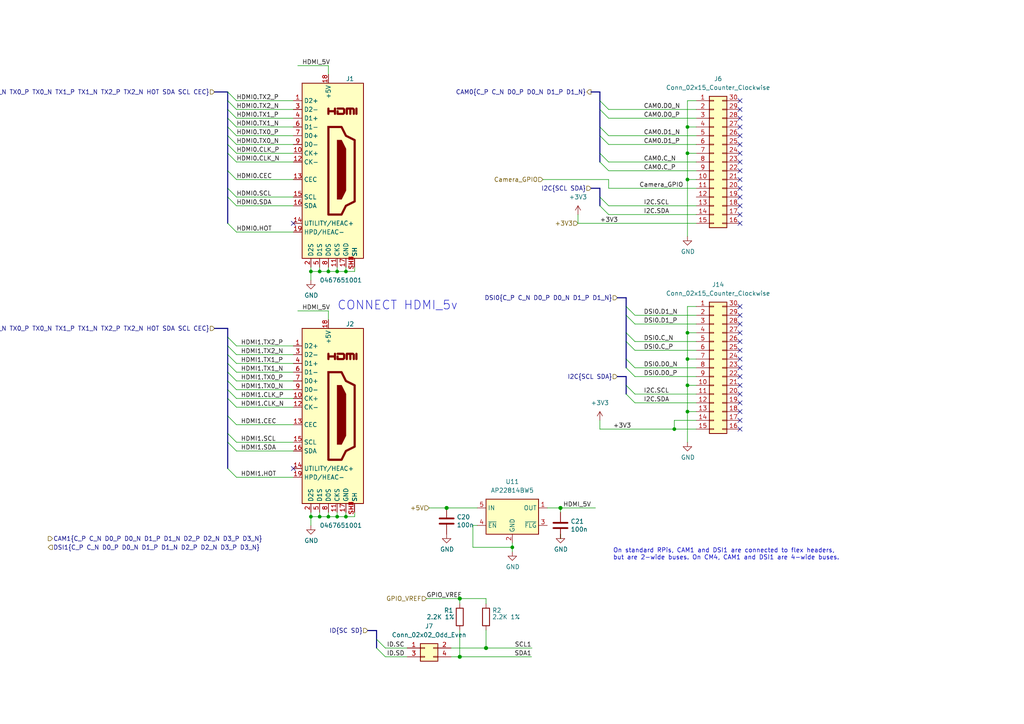
<source format=kicad_sch>
(kicad_sch (version 20211123) (generator eeschema)
  (paper "A4")
  (lib_symbols
    (symbol "CM4IO:HDMI_A_1.4"
      (property "Reference" "J" (at -6.35 26.67 0))
      (property "Value" "HDMI_A_1.4" (at 10.16 26.67 0))
      (symbol "HDMI_A_1.4_0_0"
        (polyline (pts (xy 8.128 16.51) (xy 8.128 18.034)) (stroke (width 0.635)))
        (polyline (pts (xy 0 16.51) (xy 0 18.034) (xy 0 17.272) (xy 1.905 17.272) (xy 1.905 18.034) (xy 1.905 16.51)) (stroke (width 0.635)))
        (polyline (pts (xy 2.667 18.034) (xy 4.318 18.034) (xy 4.572 17.78) (xy 4.572 16.764) (xy 4.318 16.51) (xy 2.667 16.51) (xy 2.667 17.272)) (stroke (width 0.635)))
        (pin passive line (at 7.62 -27.94 90) (length 2.54) (name "SH") (number "SH2"))
        (pin passive line (at 7.62 -27.94 90) (length 2.54) (name "SH") (number "SH3"))
        (pin passive line (at 7.62 -27.94 90) (length 2.54) (name "SH") (number "SH4"))
      )
      (symbol "HDMI_A_1.4_0_1"
        (rectangle (start -7.62 25.4) (end 10.16 -25.4) (stroke (width 0.254)) (fill (type background)))
        (polyline (pts (xy 2.54 8.89) (xy 3.81 8.89) (xy 5.08 6.35) (xy 5.08 -5.715) (xy 3.81 -8.255) (xy 2.54 -8.255) (xy 2.54 8.89)) (fill (type outline)))
        (polyline (pts (xy 5.334 16.51) (xy 5.334 18.034) (xy 6.35 18.034) (xy 6.35 16.51) (xy 6.35 18.034) (xy 7.112 18.034) (xy 7.366 17.78) (xy 7.366 16.51)) (stroke (width 0.635)))
        (polyline (pts (xy 0 12.7) (xy 0 -12.7) (xy 3.81 -12.7) (xy 5.08 -10.16) (xy 7.62 -8.89) (xy 7.62 8.89) (xy 5.08 10.16) (xy 3.81 12.7) (xy 0 12.7)) (stroke (width 0.635)))
      )
      (symbol "HDMI_A_1.4_1_1"
        (pin passive line (at -10.16 20.32 0) (length 2.54) (name "D2+") (number "1"))
        (pin passive line (at -10.16 5.08 0) (length 2.54) (name "CK+") (number "10"))
        (pin power_in line (at 2.54 -27.94 90) (length 2.54) (name "CKS") (number "11"))
        (pin passive line (at -10.16 2.54 0) (length 2.54) (name "CK-") (number "12"))
        (pin bidirectional line (at -10.16 -2.54 0) (length 2.54) (name "CEC") (number "13"))
        (pin passive line (at -10.16 -15.24 0) (length 2.54) (name "UTILITY/HEAC+") (number "14"))
        (pin passive line (at -10.16 -7.62 0) (length 2.54) (name "SCL") (number "15"))
        (pin bidirectional line (at -10.16 -10.16 0) (length 2.54) (name "SDA") (number "16"))
        (pin power_in line (at 5.08 -27.94 90) (length 2.54) (name "GND") (number "17"))
        (pin power_in line (at 0 27.94 270) (length 2.54) (name "+5V") (number "18"))
        (pin passive line (at -10.16 -17.78 0) (length 2.54) (name "HPD/HEAC-") (number "19"))
        (pin power_in line (at -5.08 -27.94 90) (length 2.54) (name "D2S") (number "2"))
        (pin passive line (at -10.16 17.78 0) (length 2.54) (name "D2-") (number "3"))
        (pin passive line (at -10.16 15.24 0) (length 2.54) (name "D1+") (number "4"))
        (pin power_in line (at -2.54 -27.94 90) (length 2.54) (name "D1S") (number "5"))
        (pin passive line (at -10.16 12.7 0) (length 2.54) (name "D1-") (number "6"))
        (pin passive line (at -10.16 10.16 0) (length 2.54) (name "D0+") (number "7"))
        (pin power_in line (at 0 -27.94 90) (length 2.54) (name "D0S") (number "8"))
        (pin passive line (at -10.16 7.62 0) (length 2.54) (name "D0-") (number "9"))
        (pin passive line (at 7.62 -27.94 90) (length 2.54) (name "SH") (number "SH1"))
      )
    )
    (symbol "Connector_Generic:Conn_02x02_Odd_Even" (pin_names (offset 1.016) hide)
      (property "Reference" "J" (at 1.27 2.54 0))
      (property "Value" "Conn_02x02_Odd_Even" (at 1.27 -5.08 0))
      (symbol "Conn_02x02_Odd_Even_1_1"
        (rectangle (start -1.27 -2.413) (end 0 -2.667) (stroke (width 0.1524)))
        (rectangle (start -1.27 0.127) (end 0 -0.127) (stroke (width 0.1524)))
        (rectangle (start -1.27 1.27) (end 3.81 -3.81) (stroke (width 0.254)) (fill (type background)))
        (rectangle (start 3.81 -2.413) (end 2.54 -2.667) (stroke (width 0.1524)))
        (rectangle (start 3.81 0.127) (end 2.54 -0.127) (stroke (width 0.1524)))
        (pin passive line (at -5.08 0 0) (length 3.81) (name "Pin_1") (number "1"))
        (pin passive line (at 7.62 0 180) (length 3.81) (name "Pin_2") (number "2"))
        (pin passive line (at -5.08 -2.54 0) (length 3.81) (name "Pin_3") (number "3"))
        (pin passive line (at 7.62 -2.54 180) (length 3.81) (name "Pin_4") (number "4"))
      )
    )
    (symbol "Connector_Generic:Conn_02x15_Counter_Clockwise" (pin_names (offset 1.016) hide)
      (property "Reference" "J" (at 1.27 20.32 0))
      (property "Value" "Conn_02x15_Counter_Clockwise" (at 1.27 -20.32 0))
      (symbol "Conn_02x15_Counter_Clockwise_1_1"
        (rectangle (start -1.27 -17.653) (end 0 -17.907) (stroke (width 0.1524)))
        (rectangle (start -1.27 -15.113) (end 0 -15.367) (stroke (width 0.1524)))
        (rectangle (start -1.27 -12.573) (end 0 -12.827) (stroke (width 0.1524)))
        (rectangle (start -1.27 -10.033) (end 0 -10.287) (stroke (width 0.1524)))
        (rectangle (start -1.27 -7.493) (end 0 -7.747) (stroke (width 0.1524)))
        (rectangle (start -1.27 -4.953) (end 0 -5.207) (stroke (width 0.1524)))
        (rectangle (start -1.27 -2.413) (end 0 -2.667) (stroke (width 0.1524)))
        (rectangle (start -1.27 0.127) (end 0 -0.127) (stroke (width 0.1524)))
        (rectangle (start -1.27 2.667) (end 0 2.413) (stroke (width 0.1524)))
        (rectangle (start -1.27 5.207) (end 0 4.953) (stroke (width 0.1524)))
        (rectangle (start -1.27 7.747) (end 0 7.493) (stroke (width 0.1524)))
        (rectangle (start -1.27 10.287) (end 0 10.033) (stroke (width 0.1524)))
        (rectangle (start -1.27 12.827) (end 0 12.573) (stroke (width 0.1524)))
        (rectangle (start -1.27 15.367) (end 0 15.113) (stroke (width 0.1524)))
        (rectangle (start -1.27 17.907) (end 0 17.653) (stroke (width 0.1524)))
        (rectangle (start -1.27 19.05) (end 3.81 -19.05) (stroke (width 0.254)) (fill (type background)))
        (rectangle (start 3.81 -17.653) (end 2.54 -17.907) (stroke (width 0.1524)))
        (rectangle (start 3.81 -15.113) (end 2.54 -15.367) (stroke (width 0.1524)))
        (rectangle (start 3.81 -12.573) (end 2.54 -12.827) (stroke (width 0.1524)))
        (rectangle (start 3.81 -10.033) (end 2.54 -10.287) (stroke (width 0.1524)))
        (rectangle (start 3.81 -7.493) (end 2.54 -7.747) (stroke (width 0.1524)))
        (rectangle (start 3.81 -4.953) (end 2.54 -5.207) (stroke (width 0.1524)))
        (rectangle (start 3.81 -2.413) (end 2.54 -2.667) (stroke (width 0.1524)))
        (rectangle (start 3.81 0.127) (end 2.54 -0.127) (stroke (width 0.1524)))
        (rectangle (start 3.81 2.667) (end 2.54 2.413) (stroke (width 0.1524)))
        (rectangle (start 3.81 5.207) (end 2.54 4.953) (stroke (width 0.1524)))
        (rectangle (start 3.81 7.747) (end 2.54 7.493) (stroke (width 0.1524)))
        (rectangle (start 3.81 10.287) (end 2.54 10.033) (stroke (width 0.1524)))
        (rectangle (start 3.81 12.827) (end 2.54 12.573) (stroke (width 0.1524)))
        (rectangle (start 3.81 15.367) (end 2.54 15.113) (stroke (width 0.1524)))
        (rectangle (start 3.81 17.907) (end 2.54 17.653) (stroke (width 0.1524)))
        (pin passive line (at -5.08 17.78 0) (length 3.81) (name "Pin_1") (number "1"))
        (pin passive line (at -5.08 -5.08 0) (length 3.81) (name "Pin_10") (number "10"))
        (pin passive line (at -5.08 -7.62 0) (length 3.81) (name "Pin_11") (number "11"))
        (pin passive line (at -5.08 -10.16 0) (length 3.81) (name "Pin_12") (number "12"))
        (pin passive line (at -5.08 -12.7 0) (length 3.81) (name "Pin_13") (number "13"))
        (pin passive line (at -5.08 -15.24 0) (length 3.81) (name "Pin_14") (number "14"))
        (pin passive line (at -5.08 -17.78 0) (length 3.81) (name "Pin_15") (number "15"))
        (pin passive line (at 7.62 -17.78 180) (length 3.81) (name "Pin_16") (number "16"))
        (pin passive line (at 7.62 -15.24 180) (length 3.81) (name "Pin_17") (number "17"))
        (pin passive line (at 7.62 -12.7 180) (length 3.81) (name "Pin_18") (number "18"))
        (pin passive line (at 7.62 -10.16 180) (length 3.81) (name "Pin_19") (number "19"))
        (pin passive line (at -5.08 15.24 0) (length 3.81) (name "Pin_2") (number "2"))
        (pin passive line (at 7.62 -7.62 180) (length 3.81) (name "Pin_20") (number "20"))
        (pin passive line (at 7.62 -5.08 180) (length 3.81) (name "Pin_21") (number "21"))
        (pin passive line (at 7.62 -2.54 180) (length 3.81) (name "Pin_22") (number "22"))
        (pin passive line (at 7.62 0 180) (length 3.81) (name "Pin_23") (number "23"))
        (pin passive line (at 7.62 2.54 180) (length 3.81) (name "Pin_24") (number "24"))
        (pin passive line (at 7.62 5.08 180) (length 3.81) (name "Pin_25") (number "25"))
        (pin passive line (at 7.62 7.62 180) (length 3.81) (name "Pin_26") (number "26"))
        (pin passive line (at 7.62 10.16 180) (length 3.81) (name "Pin_27") (number "27"))
        (pin passive line (at 7.62 12.7 180) (length 3.81) (name "Pin_28") (number "28"))
        (pin passive line (at 7.62 15.24 180) (length 3.81) (name "Pin_29") (number "29"))
        (pin passive line (at -5.08 12.7 0) (length 3.81) (name "Pin_3") (number "3"))
        (pin passive line (at 7.62 17.78 180) (length 3.81) (name "Pin_30") (number "30"))
        (pin passive line (at -5.08 10.16 0) (length 3.81) (name "Pin_4") (number "4"))
        (pin passive line (at -5.08 7.62 0) (length 3.81) (name "Pin_5") (number "5"))
        (pin passive line (at -5.08 5.08 0) (length 3.81) (name "Pin_6") (number "6"))
        (pin passive line (at -5.08 2.54 0) (length 3.81) (name "Pin_7") (number "7"))
        (pin passive line (at -5.08 0 0) (length 3.81) (name "Pin_8") (number "8"))
        (pin passive line (at -5.08 -2.54 0) (length 3.81) (name "Pin_9") (number "9"))
      )
    )
    (symbol "Device:C" (pin_numbers hide) (pin_names (offset 0.254))
      (property "Reference" "C" (at 0.635 2.54 0))
      (property "Value" "C" (at 0.635 -2.54 0))
      (symbol "C_0_1"
        (polyline (pts (xy -2.032 -0.762) (xy 2.032 -0.762)) (stroke (width 0.508)))
        (polyline (pts (xy -2.032 0.762) (xy 2.032 0.762)) (stroke (width 0.508)))
      )
      (symbol "C_1_1"
        (pin passive line (at 0 3.81 270) (length 2.794) (name "~") (number "1"))
        (pin passive line (at 0 -3.81 90) (length 2.794) (name "~") (number "2"))
      )
    )
    (symbol "Device:R" (pin_numbers hide) (pin_names (offset 0))
      (property "Reference" "R" (at 2.032 0 90))
      (property "Value" "R" (at 0 0 90))
      (symbol "R_0_1"
        (rectangle (start -1.016 -2.54) (end 1.016 2.54) (stroke (width 0.254)))
      )
      (symbol "R_1_1"
        (pin passive line (at 0 3.81 270) (length 1.27) (name "~") (number "1"))
        (pin passive line (at 0 -3.81 90) (length 1.27) (name "~") (number "2"))
      )
    )
    (symbol "Power_Management:AP22814BW5"
      (property "Reference" "U" (at -7.62 -6.35 0))
      (property "Value" "AP22814BW5" (at -7.62 6.35 0))
      (symbol "AP22814BW5_0_1"
        (rectangle (start -7.62 5.08) (end 7.62 -5.08) (stroke (width 0.254)) (fill (type background)))
      )
      (symbol "AP22814BW5_1_1"
        (pin power_out line (at 10.16 2.54 180) (length 2.54) (name "OUT") (number "1"))
        (pin power_in line (at 0 -7.62 90) (length 2.54) (name "GND") (number "2"))
        (pin open_collector line (at 10.16 -2.54 180) (length 2.54) (name "~{FLG}") (number "3"))
        (pin input line (at -10.16 -2.54 0) (length 2.54) (name "~{EN}") (number "4"))
        (pin power_in line (at -10.16 2.54 0) (length 2.54) (name "IN") (number "5"))
      )
    )
    (symbol "power:+3V3" (power) (pin_names (offset 0))
      (property "Value" "+3V3" (at 0 3.556 0))
      (symbol "+3V3_0_1"
        (polyline (pts (xy -0.762 1.27) (xy 0 2.54)))
        (polyline (pts (xy 0 0) (xy 0 2.54)))
        (polyline (pts (xy 0 2.54) (xy 0.762 1.27)))
      )
      (symbol "+3V3_1_1"
        (pin power_in line (at 0 0 90) (length 0) hide (name "+3V3") (number "1"))
      )
    )
    (symbol "power:GND" (power) (pin_names (offset 0))
      (property "Value" "GND" (at 0 -3.81 0))
      (symbol "GND_0_1"
        (polyline (pts (xy 0 0) (xy 0 -1.27) (xy 1.27 -1.27) (xy 0 -2.54) (xy -1.27 -1.27) (xy 0 -1.27)))
      )
      (symbol "GND_1_1"
        (pin power_in line (at 0 0 270) (length 0) hide (name "GND") (number "1"))
      )
    )
  )
  (junction (at 199.39 44.45))
  (junction (at 199.39 104.14))
  (junction (at 199.39 52.07))
  (junction (at 199.39 111.76))
  (junction (at 90.17 149.86))
  (junction (at 95.25 78.74))
  (junction (at 97.79 149.86))
  (junction (at 100.33 78.74))
  (junction (at 92.71 149.86))
  (junction (at 133.35 173.609) (diameter 1.016))
  (junction (at 199.39 119.38))
  (junction (at 92.71 78.74))
  (junction (at 97.79 78.74))
  (junction (at 148.59 158.75))
  (junction (at 195.58 124.46))
  (junction (at 199.39 36.83))
  (junction (at 100.33 149.86))
  (junction (at 140.97 187.96) (diameter 1.016))
  (junction (at 199.39 96.52))
  (junction (at 162.56 147.32) (diameter 1.016))
  (junction (at 133.35 190.5) (diameter 1.016))
  (junction (at 129.54 147.32) (diameter 1.016))
  (junction (at 90.17 78.74))
  (junction (at 95.25 149.86))
  (no_connect (at 214.63 44.45))
  (no_connect (at 214.63 57.15))
  (no_connect (at 214.63 101.6))
  (no_connect (at 214.63 36.83))
  (no_connect (at 214.63 96.52))
  (no_connect (at 214.63 49.53))
  (no_connect (at 214.63 99.06))
  (no_connect (at 85.09 135.89))
  (no_connect (at 214.63 41.91))
  (no_connect (at 214.63 114.3))
  (no_connect (at 214.63 124.46))
  (no_connect (at 85.09 64.77))
  (no_connect (at 214.63 59.69))
  (no_connect (at 214.63 31.75))
  (no_connect (at 214.63 46.99))
  (no_connect (at 214.63 111.76))
  (no_connect (at 214.63 62.23))
  (no_connect (at 214.63 116.84))
  (no_connect (at 214.63 91.44))
  (no_connect (at 214.63 39.37))
  (no_connect (at 214.63 29.21))
  (no_connect (at 214.63 106.68))
  (no_connect (at 214.63 52.07))
  (no_connect (at 214.63 104.14))
  (no_connect (at 214.63 88.9))
  (no_connect (at 214.63 54.61))
  (no_connect (at 214.63 34.29))
  (no_connect (at 214.63 109.22))
  (no_connect (at 214.63 93.98))
  (no_connect (at 214.63 119.38))
  (no_connect (at 214.63 64.77))
  (no_connect (at 214.63 121.92))
  (bus_entry (at 66.04 115.57) (size 2.54 2.54))
  (bus_entry (at 66.04 125.73) (size 2.54 2.54))
  (bus_entry (at 173.99 36.83) (size 2.54 2.54))
  (bus_entry (at 173.99 29.21) (size 2.54 2.54))
  (bus_entry (at 173.99 31.75) (size 2.54 2.54))
  (bus_entry (at 173.99 46.99) (size 2.54 2.54))
  (bus_entry (at 173.99 39.37) (size 2.54 2.54))
  (bus_entry (at 173.99 44.45) (size 2.54 2.54))
  (bus_entry (at 181.61 99.06) (size 2.54 2.54))
  (bus_entry (at 181.61 104.14) (size 2.54 2.54))
  (bus_entry (at 181.61 91.44) (size 2.54 2.54))
  (bus_entry (at 181.61 106.68) (size 2.54 2.54))
  (bus_entry (at 181.61 111.76) (size 2.54 2.54))
  (bus_entry (at 181.61 96.52) (size 2.54 2.54))
  (bus_entry (at 181.61 114.3) (size 2.54 2.54))
  (bus_entry (at 66.04 120.65) (size 2.54 2.54))
  (bus_entry (at 66.04 105.41) (size 2.54 2.54))
  (bus_entry (at 66.04 135.89) (size 2.54 2.54))
  (bus_entry (at 66.04 64.77) (size 2.54 2.54))
  (bus_entry (at 66.04 57.15) (size 2.54 2.54))
  (bus_entry (at 66.04 54.61) (size 2.54 2.54))
  (bus_entry (at 66.04 49.53) (size 2.54 2.54))
  (bus_entry (at 66.04 26.67) (size 2.54 2.54))
  (bus_entry (at 66.04 29.21) (size 2.54 2.54))
  (bus_entry (at 66.04 44.45) (size 2.54 2.54))
  (bus_entry (at 66.04 41.91) (size 2.54 2.54))
  (bus_entry (at 66.04 39.37) (size 2.54 2.54))
  (bus_entry (at 66.04 36.83) (size 2.54 2.54))
  (bus_entry (at 66.04 34.29) (size 2.54 2.54))
  (bus_entry (at 66.04 31.75) (size 2.54 2.54))
  (bus_entry (at 66.04 107.95) (size 2.54 2.54))
  (bus_entry (at 66.04 100.33) (size 2.54 2.54))
  (bus_entry (at 109.22 185.42) (size 2.54 2.54))
  (bus_entry (at 109.22 187.96) (size 2.54 2.54))
  (bus_entry (at 66.04 128.27) (size 2.54 2.54))
  (bus_entry (at 66.04 113.03) (size 2.54 2.54))
  (bus_entry (at 66.04 110.49) (size 2.54 2.54))
  (bus_entry (at 181.61 88.9) (size 2.54 2.54))
  (bus_entry (at 66.04 102.87) (size 2.54 2.54))
  (bus_entry (at 66.04 97.79) (size 2.54 2.54))
  (bus_entry (at 173.99 57.15) (size 2.54 2.54))
  (bus_entry (at 173.99 59.69) (size 2.54 2.54))
  (wire (pts (xy 199.39 119.38) (xy 199.39 128.27)))
  (wire (pts (xy 68.58 39.37) (xy 85.09 39.37)))
  (wire (pts (xy 201.93 64.77) (xy 167.64 64.77)))
  (bus (pts (xy 173.99 29.21) (xy 173.99 26.67)))
  (wire (pts (xy 199.39 36.83) (xy 199.39 44.45)))
  (wire (pts (xy 100.33 78.74) (xy 100.33 77.47)))
  (bus (pts (xy 66.04 115.57) (xy 66.04 120.65)))
  (bus (pts (xy 173.99 57.15) (xy 173.99 54.61)))
  (wire (pts (xy 199.39 52.07) (xy 201.93 52.07)))
  (wire (pts (xy 176.53 41.91) (xy 201.93 41.91)))
  (wire (pts (xy 68.58 130.81) (xy 85.09 130.81)))
  (bus (pts (xy 181.61 99.06) (xy 181.61 96.52)))
  (bus (pts (xy 173.99 59.69) (xy 173.99 57.15)))
  (wire (pts (xy 176.53 31.75) (xy 201.93 31.75)))
  (wire (pts (xy 68.58 31.75) (xy 85.09 31.75)))
  (bus (pts (xy 66.04 57.15) (xy 66.04 54.61)))
  (wire (pts (xy 195.58 124.46) (xy 195.58 121.92)))
  (wire (pts (xy 138.43 152.4) (xy 137.16 152.4)))
  (bus (pts (xy 66.04 54.61) (xy 66.04 49.53)))
  (wire (pts (xy 199.39 88.9) (xy 199.39 96.52)))
  (wire (pts (xy 158.75 147.32) (xy 162.56 147.32)))
  (bus (pts (xy 66.04 110.49) (xy 66.04 113.03)))
  (wire (pts (xy 176.53 62.23) (xy 201.93 62.23)))
  (wire (pts (xy 184.15 99.06) (xy 201.93 99.06)))
  (bus (pts (xy 179.07 109.22) (xy 181.61 109.22)))
  (wire (pts (xy 199.39 104.14) (xy 199.39 111.76)))
  (wire (pts (xy 90.17 78.74) (xy 90.17 81.28)))
  (wire (pts (xy 86.36 90.17) (xy 95.25 90.17)))
  (wire (pts (xy 199.39 36.83) (xy 201.93 36.83)))
  (bus (pts (xy 66.04 39.37) (xy 66.04 36.83)))
  (bus (pts (xy 66.04 36.83) (xy 66.04 34.29)))
  (wire (pts (xy 201.93 124.46) (xy 195.58 124.46)))
  (wire (pts (xy 176.53 39.37) (xy 201.93 39.37)))
  (bus (pts (xy 66.04 64.77) (xy 66.04 57.15)))
  (bus (pts (xy 109.22 187.96) (xy 109.22 185.42)))
  (bus (pts (xy 66.04 125.73) (xy 66.04 128.27)))
  (wire (pts (xy 111.76 187.96) (xy 118.11 187.96)))
  (wire (pts (xy 173.99 121.92) (xy 173.99 124.46)))
  (wire (pts (xy 176.53 59.69) (xy 201.93 59.69)))
  (bus (pts (xy 66.04 31.75) (xy 66.04 29.21)))
  (bus (pts (xy 66.04 95.25) (xy 66.04 97.79)))
  (bus (pts (xy 66.04 105.41) (xy 66.04 107.95)))
  (bus (pts (xy 62.23 95.25) (xy 66.04 95.25)))
  (wire (pts (xy 100.33 78.74) (xy 102.87 78.74)))
  (bus (pts (xy 173.99 46.99) (xy 173.99 44.45)))
  (wire (pts (xy 199.39 111.76) (xy 199.39 119.38)))
  (wire (pts (xy 68.58 110.49) (xy 85.09 110.49)))
  (wire (pts (xy 111.76 190.5) (xy 118.11 190.5)))
  (wire (pts (xy 148.59 158.75) (xy 148.59 157.48)))
  (bus (pts (xy 181.61 96.52) (xy 181.61 91.44)))
  (wire (pts (xy 95.25 78.74) (xy 97.79 78.74)))
  (wire (pts (xy 102.87 78.74) (xy 102.87 77.47)))
  (wire (pts (xy 129.54 147.32) (xy 138.43 147.32)))
  (wire (pts (xy 157.48 52.07) (xy 176.53 52.07)))
  (wire (pts (xy 95.25 78.74) (xy 95.25 77.47)))
  (wire (pts (xy 184.15 101.6) (xy 201.93 101.6)))
  (bus (pts (xy 173.99 36.83) (xy 173.99 31.75)))
  (wire (pts (xy 184.15 114.3) (xy 201.93 114.3)))
  (bus (pts (xy 173.99 44.45) (xy 173.99 39.37)))
  (wire (pts (xy 95.25 149.86) (xy 95.25 148.59)))
  (wire (pts (xy 68.58 29.21) (xy 85.09 29.21)))
  (wire (pts (xy 162.56 147.32) (xy 172.72 147.32)))
  (wire (pts (xy 100.33 149.86) (xy 102.87 149.86)))
  (wire (pts (xy 68.58 123.19) (xy 85.09 123.19)))
  (bus (pts (xy 66.04 102.87) (xy 66.04 105.41)))
  (wire (pts (xy 199.39 119.38) (xy 201.93 119.38)))
  (wire (pts (xy 184.15 106.68) (xy 201.93 106.68)))
  (wire (pts (xy 184.15 93.98) (xy 201.93 93.98)))
  (wire (pts (xy 100.33 149.86) (xy 100.33 148.59)))
  (wire (pts (xy 184.15 91.44) (xy 201.93 91.44)))
  (wire (pts (xy 199.39 52.07) (xy 199.39 68.58)))
  (wire (pts (xy 137.16 152.4) (xy 137.16 158.75)))
  (bus (pts (xy 66.04 29.21) (xy 66.04 26.67)))
  (wire (pts (xy 176.53 49.53) (xy 201.93 49.53)))
  (wire (pts (xy 133.35 173.609) (xy 140.97 173.609)))
  (wire (pts (xy 90.17 78.74) (xy 90.17 77.47)))
  (wire (pts (xy 201.93 88.9) (xy 199.39 88.9)))
  (wire (pts (xy 140.97 182.753) (xy 140.97 187.96)))
  (wire (pts (xy 95.25 19.05) (xy 95.25 21.59)))
  (wire (pts (xy 90.17 78.74) (xy 92.71 78.74)))
  (bus (pts (xy 66.04 113.03) (xy 66.04 115.57)))
  (wire (pts (xy 97.79 149.86) (xy 97.79 148.59)))
  (wire (pts (xy 68.58 113.03) (xy 85.09 113.03)))
  (wire (pts (xy 68.58 115.57) (xy 85.09 115.57)))
  (bus (pts (xy 62.23 26.67) (xy 66.04 26.67)))
  (wire (pts (xy 68.58 59.69) (xy 85.09 59.69)))
  (wire (pts (xy 68.58 118.11) (xy 85.09 118.11)))
  (bus (pts (xy 66.04 120.65) (xy 66.04 125.73)))
  (wire (pts (xy 68.58 102.87) (xy 85.09 102.87)))
  (bus (pts (xy 179.07 86.36) (xy 181.61 86.36)))
  (wire (pts (xy 133.35 190.5) (xy 154.178 190.5)))
  (wire (pts (xy 68.58 128.27) (xy 85.09 128.27)))
  (wire (pts (xy 199.39 44.45) (xy 199.39 52.07)))
  (wire (pts (xy 130.81 190.5) (xy 133.35 190.5)))
  (wire (pts (xy 195.58 121.92) (xy 201.93 121.92)))
  (bus (pts (xy 171.45 54.61) (xy 173.99 54.61)))
  (bus (pts (xy 66.04 44.45) (xy 66.04 41.91)))
  (wire (pts (xy 148.59 158.75) (xy 148.59 160.02)))
  (wire (pts (xy 162.56 156.21) (xy 162.56 154.94)))
  (bus (pts (xy 173.99 31.75) (xy 173.99 29.21)))
  (bus (pts (xy 66.04 97.79) (xy 66.04 100.33)))
  (wire (pts (xy 124.46 147.32) (xy 129.54 147.32)))
  (wire (pts (xy 92.71 78.74) (xy 92.71 77.47)))
  (wire (pts (xy 137.16 158.75) (xy 148.59 158.75)))
  (bus (pts (xy 66.04 107.95) (xy 66.04 110.49)))
  (wire (pts (xy 184.15 109.22) (xy 201.93 109.22)))
  (wire (pts (xy 90.17 149.86) (xy 92.71 149.86)))
  (wire (pts (xy 68.58 46.99) (xy 85.09 46.99)))
  (wire (pts (xy 68.58 138.43) (xy 85.09 138.43)))
  (wire (pts (xy 176.53 46.99) (xy 201.93 46.99)))
  (wire (pts (xy 201.93 29.21) (xy 199.39 29.21)))
  (bus (pts (xy 181.61 91.44) (xy 181.61 88.9)))
  (wire (pts (xy 140.97 187.96) (xy 154.305 187.96)))
  (wire (pts (xy 68.58 36.83) (xy 85.09 36.83)))
  (bus (pts (xy 66.04 41.91) (xy 66.04 39.37)))
  (wire (pts (xy 199.39 111.76) (xy 201.93 111.76)))
  (wire (pts (xy 92.71 78.74) (xy 95.25 78.74)))
  (wire (pts (xy 68.58 100.33) (xy 85.09 100.33)))
  (wire (pts (xy 199.39 96.52) (xy 201.93 96.52)))
  (wire (pts (xy 68.58 34.29) (xy 85.09 34.29)))
  (wire (pts (xy 140.97 173.609) (xy 140.97 175.133)))
  (wire (pts (xy 68.58 57.15) (xy 85.09 57.15)))
  (wire (pts (xy 199.39 29.21) (xy 199.39 36.83)))
  (wire (pts (xy 68.58 67.31) (xy 85.09 67.31)))
  (bus (pts (xy 66.04 49.53) (xy 66.04 44.45)))
  (wire (pts (xy 184.15 116.84) (xy 201.93 116.84)))
  (bus (pts (xy 181.61 114.3) (xy 181.61 111.76)))
  (wire (pts (xy 97.79 149.86) (xy 100.33 149.86)))
  (wire (pts (xy 199.39 44.45) (xy 201.93 44.45)))
  (bus (pts (xy 171.45 26.67) (xy 173.99 26.67)))
  (wire (pts (xy 95.25 149.86) (xy 97.79 149.86)))
  (wire (pts (xy 123.698 173.609) (xy 133.35 173.609)))
  (bus (pts (xy 181.61 104.14) (xy 181.61 99.06)))
  (wire (pts (xy 92.71 149.86) (xy 95.25 149.86)))
  (wire (pts (xy 68.58 105.41) (xy 85.09 105.41)))
  (wire (pts (xy 195.58 124.46) (xy 173.99 124.46)))
  (wire (pts (xy 97.79 78.74) (xy 100.33 78.74)))
  (wire (pts (xy 86.36 19.05) (xy 95.25 19.05)))
  (wire (pts (xy 167.64 62.23) (xy 167.64 64.77)))
  (wire (pts (xy 130.81 187.96) (xy 140.97 187.96)))
  (bus (pts (xy 66.04 100.33) (xy 66.04 102.87)))
  (bus (pts (xy 173.99 39.37) (xy 173.99 36.83)))
  (wire (pts (xy 199.39 96.52) (xy 199.39 104.14)))
  (wire (pts (xy 102.87 149.86) (xy 102.87 148.59)))
  (wire (pts (xy 90.17 149.86) (xy 90.17 152.4)))
  (bus (pts (xy 66.04 34.29) (xy 66.04 31.75)))
  (wire (pts (xy 133.35 182.753) (xy 133.35 190.5)))
  (wire (pts (xy 90.17 149.86) (xy 90.17 148.59)))
  (bus (pts (xy 181.61 88.9) (xy 181.61 86.36)))
  (wire (pts (xy 68.58 52.07) (xy 85.09 52.07)))
  (wire (pts (xy 133.35 173.609) (xy 133.35 175.133)))
  (wire (pts (xy 176.53 34.29) (xy 201.93 34.29)))
  (bus (pts (xy 66.04 128.27) (xy 66.04 135.89)))
  (wire (pts (xy 95.25 90.17) (xy 95.25 92.71)))
  (bus (pts (xy 181.61 111.76) (xy 181.61 109.22)))
  (wire (pts (xy 68.58 44.45) (xy 85.09 44.45)))
  (bus (pts (xy 106.68 182.88) (xy 109.22 182.88)))
  (wire (pts (xy 68.58 107.95) (xy 85.09 107.95)))
  (wire (pts (xy 92.71 149.86) (xy 92.71 148.59)))
  (wire (pts (xy 199.39 104.14) (xy 201.93 104.14)))
  (wire (pts (xy 176.53 54.61) (xy 201.93 54.61)))
  (bus (pts (xy 181.61 106.68) (xy 181.61 104.14)))
  (wire (pts (xy 97.79 78.74) (xy 97.79 77.47)))
  (wire (pts (xy 162.56 148.59) (xy 162.56 147.32)))
  (wire (pts (xy 68.58 41.91) (xy 85.09 41.91)))
  (bus (pts (xy 109.22 185.42) (xy 109.22 182.88)))
  (wire (pts (xy 176.53 54.61) (xy 176.53 52.07)))
  (text "CONNECT HDMI_5v" (at 97.79 90.17 0) (effects (font (size 2.54 2.54)) (justify left bottom)))
  (text "On standard RPis, CAM1 and DSI1 are connected to flex headers, \nbut are 2-wide buses. On CM4, CAM1 and DSI1 are 4-wide buses." (at 177.8 162.56 0) (effects (font (size 1.27 1.27)) (justify left bottom)))
  (label "CAM0.D0_P" (at 186.69 34.29 0))
  (label "HDMI0.TX2_N" (at 68.58 31.75 0))
  (label "DSI0.C_N" (at 186.69 99.06 0))
  (label "DSI0.D1_N" (at 186.69 91.44 0))
  (label "HDMI1.TX1_P" (at 69.85 105.41 0))
  (label "GPIO_VREF" (at 123.698 173.609 0))
  (label "DSI0.D0_N" (at 186.69 106.68 0))
  (label "SDA1" (at 154.178 190.5 180))
  (label "HDMI_5V" (at 87.63 90.17 0))
  (label "HDMI1.CLK_P" (at 69.85 115.57 0))
  (label "I2C.SDA" (at 186.69 116.84 0))
  (label "CAM0.D0_N" (at 186.69 31.75 0))
  (label "ID.SD" (at 117.348 190.5 180))
  (label "CAM0.D1_P" (at 186.69 41.91 0))
  (label "SCL1" (at 154.178 187.96 180))
  (label "HDMI1.SDA" (at 69.85 130.81 0))
  (label "HDMI1.SCL" (at 69.85 128.27 0))
  (label "+3V3" (at 177.8 124.46 0))
  (label "HDMI1.TX0_P" (at 69.85 110.49 0))
  (label "I2C.SDA" (at 186.69 62.23 0))
  (label "HDMI0.SDA" (at 68.58 59.69 0))
  (label "HDMI0.TX1_N" (at 68.58 36.83 0))
  (label "HDMI1.TX1_N" (at 69.85 107.95 0))
  (label "HDMI0.TX1_P" (at 68.58 34.29 0))
  (label "HDMI_5V" (at 171.45 147.32 180))
  (label "DSI0.C_P" (at 186.69 101.6 0))
  (label "HDMI1.TX0_N" (at 69.85 113.03 0))
  (label "ID.SC" (at 117.348 187.96 180))
  (label "DSI0.D0_P" (at 186.69 109.22 0))
  (label "HDMI0.TX2_P" (at 68.58 29.21 0))
  (label "HDMI1.CEC" (at 69.85 123.19 0))
  (label "HDMI1.CLK_N" (at 69.85 118.11 0))
  (label "DSI0.D1_P" (at 186.69 93.98 0))
  (label "CAM0.D1_N" (at 186.69 39.37 0))
  (label "HDMI0.TX0_P" (at 68.58 39.37 0))
  (label "+3V3" (at 173.99 64.77 0))
  (label "I2C.SCL" (at 186.69 114.3 0))
  (label "Camera_GPIO" (at 185.42 54.61 0))
  (label "CAM0.C_P" (at 186.69 49.53 0))
  (label "HDMI0.SCL" (at 68.58 57.15 0))
  (label "HDMI0.CEC" (at 68.58 52.07 0))
  (label "I2C.SCL" (at 186.69 59.69 0))
  (label "HDMI0.CLK_P" (at 68.58 44.45 0))
  (label "HDMI1.HOT" (at 69.85 138.43 0))
  (label "CAM0.C_N" (at 186.69 46.99 0))
  (label "HDMI1.TX2_N" (at 69.85 102.87 0))
  (label "HDMI1.TX2_P" (at 69.85 100.33 0))
  (label "HDMI0.TX0_N" (at 68.58 41.91 0))
  (label "HDMI_5V" (at 87.63 19.05 0))
  (label "HDMI0.HOT" (at 68.58 67.31 0))
  (label "HDMI0.CLK_N" (at 68.58 46.99 0))
  (hierarchical_label "HDMI1{CLK_P CLK_N TX0_P TX0_N TX1_P TX1_N TX2_P TX2_N HOT SDA SCL CEC}" (shape input) (at 62.23 95.25 0))
  (hierarchical_label "I2C{SCL SDA}" (shape input) (at 171.45 54.61 180))
  (hierarchical_label "+3V3" (shape input) (at 167.64 64.77 180))
  (hierarchical_label "I2C{SCL SDA}" (shape input) (at 179.07 109.22 180))
  (hierarchical_label "ID{SC SD}" (shape input) (at 106.68 182.88 180))
  (hierarchical_label "GPIO_VREF" (shape input) (at 123.698 173.609 180))
  (hierarchical_label "DSI1{C_P C_N D0_P D0_N D1_P D1_N D2_P D2_N D3_P D3_N}" (shape input) (at 13.97 158.75 0))
  (hierarchical_label "CAM1{C_P C_N D0_P D0_N D1_P D1_N D2_P D2_N D3_P D3_N}" (shape output) (at 13.97 156.21 0))
  (hierarchical_label "+5V" (shape input) (at 124.46 147.32 180))
  (hierarchical_label "CAM0{C_P C_N D0_P D0_N D1_P D1_N}" (shape output) (at 171.45 26.67 180))
  (hierarchical_label "HDMI0{CLK_P CLK_N TX0_P TX0_N TX1_P TX1_N TX2_P TX2_N HOT SDA SCL CEC}" (shape input) (at 62.23 26.67 0))
  (hierarchical_label "Camera_GPIO" (shape input) (at 157.48 52.07 180))
  (hierarchical_label "DSI0{C_P C_N D0_P D0_N D1_P D1_N}" (shape input) (at 179.07 86.36 180))
  (symbol (lib_id "Device:C") (at 129.54 151.13 0) (unit 1)
    (property "Reference" "C20" (at 132.461 149.9616 0) (effects (justify left)))
    (property "Value" "100n" (at 132.461 152.273 0) (effects (justify left)))
    (property "Footprint" "Capacitor_SMD:C_0402_1005Metric" (effects hide))
    (property "Datasheet" "https://search.murata.co.jp/Ceramy/image/img/A01X/G101/ENG/GRM155R71C104KA88-01.pdf" (effects hide))
    (property "Field4" "Farnell" (effects hide))
    (property "Field5" "2611911" (effects hide))
    (property "Field6" "RM EMK105 B7104KV-F" (effects hide))
    (property "Field7" "TAIYO YUDEN EUROPE GMBH" (effects hide))
    (property "Part Description" "	0.1uF 10% 16V Ceramic Capacitor X7R 0402 (1005 Metric)" (effects hide))
    (property "Field8" "110091611" (effects hide))
  )
  (symbol (lib_id "power:GND") (at 90.17 152.4 0) (unit 1)
    (property "Reference" "#PWR0109" (effects hide))
    (property "Value" "GND" (at 90.297 156.7942 0))
  )
  (symbol (lib_id "power:GND") (at 199.39 68.58 0) (unit 1)
    (property "Reference" "#PWR0162" (effects hide))
    (property "Value" "GND" (at 199.517 72.9742 0))
  )
  (symbol (lib_id "power:GND") (at 162.56 154.94 0) (unit 1)
    (property "Reference" "#PWR019" (effects hide))
    (property "Value" "GND" (at 162.687 159.3342 0))
  )
  (symbol (lib_id "Device:R") (at 140.97 178.943 0) (unit 1)
    (property "Reference" "R2" (at 142.748 177.038 0) (effects (justify left)))
    (property "Value" "2.2K 1%" (at 142.748 178.943 0) (effects (justify left)))
    (property "Footprint" "Resistor_SMD:R_0402_1005Metric" (effects hide))
    (property "Datasheet" "https://fscdn.rohm.com/en/products/databook/datasheet/passive/resistor/chip_resistor/mcr-e.pdf" (effects hide))
    (property "Field4" "Farnell" (effects hide))
    (property "Field5" "9239278" (effects hide))
    (property "Field7" "KOA EUROPE GMBH" (effects hide))
    (property "Field6" "RK73G1ETQTP2201D         " (effects hide))
    (property "Part Description" "Resistor 2.2K M1005 1% 63mW" (effects hide))
    (property "Field8" "120889581" (effects hide))
  )
  (symbol (lib_id "power:GND") (at 199.39 128.27 0) (unit 1)
    (property "Reference" "#PWR0161" (effects hide))
    (property "Value" "GND" (at 199.517 132.6642 0))
  )
  (symbol (lib_id "power:GND") (at 90.17 81.28 0) (unit 1)
    (property "Reference" "#PWR0110" (effects hide))
    (property "Value" "GND" (at 90.297 85.6742 0))
  )
  (symbol (lib_id "power:GND") (at 148.59 160.02 0) (unit 1)
    (property "Reference" "#PWR018" (effects hide))
    (property "Value" "GND" (at 148.717 164.4142 0))
  )
  (symbol (lib_id "Device:C") (at 162.56 152.4 0) (unit 1)
    (property "Reference" "C21" (at 165.481 151.2316 0) (effects (justify left)))
    (property "Value" "100n" (at 165.481 153.543 0) (effects (justify left)))
    (property "Footprint" "Capacitor_SMD:C_0402_1005Metric" (effects hide))
    (property "Datasheet" "https://search.murata.co.jp/Ceramy/image/img/A01X/G101/ENG/GRM155R71C104KA88-01.pdf" (effects hide))
    (property "Field4" "Farnell" (effects hide))
    (property "Field5" "2611911" (effects hide))
    (property "Field6" "RM EMK105 B7104KV-F" (effects hide))
    (property "Field7" "TAIYO YUDEN EUROPE GMBH" (effects hide))
    (property "Part Description" "	0.1uF 10% 16V Ceramic Capacitor X7R 0402 (1005 Metric)" (effects hide))
    (property "Field8" "110091611" (effects hide))
  )
  (symbol (lib_id "Connector_Generic:Conn_02x15_Counter_Clockwise") (at 207.01 106.68 0) (unit 1)
    (property "Reference" "J14" (at 208.28 82.55 0))
    (property "Value" "Conn_02x15_Counter_Clockwise" (at 208.28 85.09 0))
    (property "Footprint" "Connector_FFC-FPC:Molex_052610-1572_2x15-1MP_P1.0mm_Vertical" (effects hide))
  )
  (symbol (lib_id "CM4IO:HDMI_A_1.4") (at 95.25 120.65 0) (unit 1)
    (property "Reference" "J2" (at 100.33 93.98 0) (effects (justify left)))
    (property "Value" "0467651001" (at 92.71 152.4 0) (effects (justify left)))
    (property "Footprint" "Connector_HDMI:HDMI_Micro-D_Molex_46765-1x01" (effects hide))
    (property "Datasheet" "https://www.molex.com/pdm_docs/sd/467651001_sd.pdf" (effects hide))
    (property "Field4" "Molex" (effects hide))
    (property "Field5" "0467651001" (effects hide))
    (property "Field7" "EDAC" (effects hide))
    (property "Part Description" "HDMI Connector, Right Angle, 19 Contacts, Receptacle, Surface Mount, Surface Mount Right Angle" (effects hide))
  )
  (symbol (lib_id "power:GND") (at 129.54 154.94 0) (unit 1)
    (property "Reference" "#PWR017" (effects hide))
    (property "Value" "GND" (at 129.667 159.3342 0))
  )
  (symbol (lib_id "power:+3V3") (at 173.99 121.92 0) (unit 1)
    (property "Reference" "#PWR08" (effects hide))
    (property "Value" "+3V3" (at 173.99 116.84 0))
  )
  (symbol (lib_id "CM4IO:HDMI_A_1.4") (at 95.25 49.53 0) (unit 1)
    (property "Reference" "J1" (at 100.33 22.86 0) (effects (justify left)))
    (property "Value" "0467651001" (at 92.71 81.28 0) (effects (justify left)))
    (property "Footprint" "Connector_HDMI:HDMI_Micro-D_Molex_46765-1x01" (effects hide))
    (property "Datasheet" "https://www.molex.com/pdm_docs/sd/467651001_sd.pdf" (effects hide))
    (property "Field4" "Molex" (effects hide))
    (property "Field5" "0467651001" (effects hide))
    (property "Field7" "EDAC" (effects hide))
    (property "Part Description" "HDMI Connector, Right Angle, 19 Contacts, Receptacle, Surface Mount, Surface Mount Right Angle" (effects hide))
  )
  (symbol (lib_id "Connector_Generic:Conn_02x15_Counter_Clockwise") (at 207.01 46.99 0) (unit 1)
    (property "Reference" "J6" (at 208.28 22.86 0))
    (property "Value" "Conn_02x15_Counter_Clockwise" (at 208.28 25.4 0))
    (property "Footprint" "Connector_FFC-FPC:Molex_052610-1572_2x15-1MP_P1.0mm_Vertical" (effects hide))
  )
  (symbol (lib_id "power:+3V3") (at 167.64 62.23 0) (unit 1)
    (property "Reference" "#PWR07" (effects hide))
    (property "Value" "+3V3" (at 167.64 57.15 0))
  )
  (symbol (lib_id "Device:R") (at 133.35 178.943 0) (unit 1)
    (property "Reference" "R1" (at 128.778 177.038 0) (effects (justify left)))
    (property "Value" "2.2K 1%" (at 123.698 178.943 0) (effects (justify left)))
    (property "Footprint" "Resistor_SMD:R_0402_1005Metric" (effects hide))
    (property "Datasheet" "https://fscdn.rohm.com/en/products/databook/datasheet/passive/resistor/chip_resistor/mcr-e.pdf" (effects hide))
    (property "Field4" "Farnell" (effects hide))
    (property "Field5" "9239278" (effects hide))
    (property "Field7" "KOA EUROPE GMBH" (effects hide))
    (property "Field6" "RK73G1ETQTP2201D         " (effects hide))
    (property "Part Description" "Resistor 2.2K M1005 1% 63mW" (effects hide))
    (property "Field8" "120889581" (effects hide))
  )
  (symbol (lib_id "Connector_Generic:Conn_02x02_Odd_Even") (at 123.19 187.96 0) (unit 1)
    (property "Reference" "J7" (at 124.46 181.61 0))
    (property "Value" "Conn_02x02_Odd_Even" (at 124.46 184.15 0))
    (property "Footprint" "Connector_PinSocket_2.54mm:PinSocket_2x02_P2.54mm_Vertical" (effects hide))
  )
  (symbol (lib_id "Power_Management:AP22814BW5") (at 148.59 149.86 0) (unit 1)
    (property "Reference" "U11" (at 148.59 139.7 0))
    (property "Value" "AP22814BW5" (at 148.59 142.24 0))
    (property "Footprint" "Package_TO_SOT_SMD:SOT-23-5" (effects hide))
    (property "Datasheet" "https://www.diodes.com/assets/Datasheets/AP22804_14.pdf" (effects hide))
  )
)
</source>
